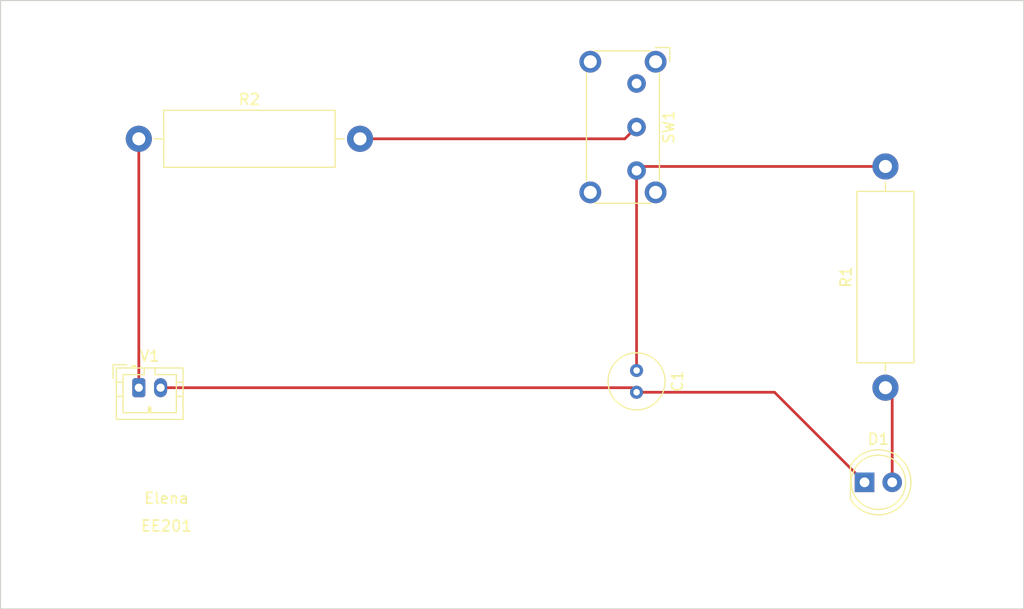
<source format=kicad_pcb>
(kicad_pcb (version 20211014) (generator pcbnew)
  (layers (0 "F.Cu" signal) (31 "B.Cu" signal) (34 "B.Paste" user) (35 "F.Paste" user) (36 "B.SilkS" user "B.Silkscreen") (37 "F.SilkS" user "F.Silkscreen") (38 "B.Mask" user) (39 "F.Mask" user) (44 "Edge.Cuts" user))
  (net 0 "")
  (net 1 "Net-(C1-Pad1)")
  (net 2 "Net-(C1-Pad2)")
  (net 3 "Net-(D1-Pad2)")
  (net 4 "Net-(R2-Pad1)")
  (net 5 "Net-(R2-Pad2)")
  (footprint "Connector_JST:JST_PH_B2B-PH-K_1x02_P2.00mm_Vertical" (layer "F.Cu") (at 101.6 99.06)
    (fp_text reference "V1" (at 1 -2.9) (layer "F.SilkS"))
    (fp_text value "9V")
    (fp_line (start -2.06 2.91) (end 4.06 2.91) (layer "F.SilkS") (width 0.12))
    (fp_line (start -0.6 -2.01) (end -0.6 -1.81) (layer "F.SilkS") (width 0.12))
    (fp_line (start -2.36 -2.11) (end -2.36 -0.86) (layer "F.SilkS") (width 0.12))
    (fp_line (start 0.9 1.8) (end 1.1 1.8) (layer "F.SilkS") (width 0.12))
    (fp_line (start -1.45 -1.2) (end -1.45 2.3) (layer "F.SilkS") (width 0.12))
    (fp_line (start -2.06 0.8) (end -1.45 0.8) (layer "F.SilkS") (width 0.12))
    (fp_line (start 4.06 -1.81) (end -2.06 -1.81) (layer "F.SilkS") (width 0.12))
    (fp_line (start 0.5 -1.2) (end -1.45 -1.2) (layer "F.SilkS") (width 0.12))
    (fp_line (start 1.1 1.8) (end 1.1 2.3) (layer "F.SilkS") (width 0.12))
    (fp_line (start 3.45 2.3) (end 3.45 -1.2) (layer "F.SilkS") (width 0.12))
    (fp_line (start -1.45 2.3) (end 3.45 2.3) (layer "F.SilkS") (width 0.12))
    (fp_line (start -2.06 -0.5) (end -1.45 -0.5) (layer "F.SilkS") (width 0.12))
    (fp_line (start 1.5 -1.2) (end 1.5 -1.81) (layer "F.SilkS") (width 0.12))
    (fp_line (start 4.06 0.8) (end 3.45 0.8) (layer "F.SilkS") (width 0.12))
    (fp_line (start -0.3 -2.01) (end -0.6 -2.01) (layer "F.SilkS") (width 0.12))
    (fp_line (start 3.45 -1.2) (end 1.5 -1.2) (layer "F.SilkS") (width 0.12))
    (fp_line (start -2.06 -1.81) (end -2.06 2.91) (layer "F.SilkS") (width 0.12))
    (fp_line (start 4.06 2.91) (end 4.06 -1.81) (layer "F.SilkS") (width 0.12))
    (fp_line (start -1.11 -2.11) (end -2.36 -2.11) (layer "F.SilkS") (width 0.12))
    (fp_line (start 4.06 -0.5) (end 3.45 -0.5) (layer "F.SilkS") (width 0.12))
    (fp_line (start 0.9 2.3) (end 0.9 1.8) (layer "F.SilkS") (width 0.12))
    (fp_line (start -0.3 -1.81) (end -0.3 -2.01) (layer "F.SilkS") (width 0.12))
    (fp_line (start -0.3 -1.91) (end -0.6 -1.91) (layer "F.SilkS") (width 0.12))
    (fp_line (start 1 2.3) (end 1 1.8) (layer "F.SilkS") (width 0.12))
    (fp_line (start 0.5 -1.81) (end 0.5 -1.2) (layer "F.SilkS") (width 0.12))
    (pad "1" thru_hole roundrect (at 0 0) (size 1.2 1.75) (drill 0.75) (layers *.Cu *.Mask) (roundrect_rratio 0.208333) (net 4 "Net-(R2-Pad1)"))
    (pad "2" thru_hole oval (at 2 0) (size 1.2 1.75) (drill 0.75) (layers *.Cu *.Mask) (net 2 "Net-(C1-Pad2)"))
  )
  (footprint "Capacitor_THT:C_Radial_D5.0mm_H5.0mm_P2.00mm" (layer "F.Cu") (at 147.32 97.48 -90)
    (fp_text reference "C1" (at 1 -3.75 90) (layer "F.SilkS"))
    (fp_text value "4.7 μF")
    (fp_circle (center 1 0) (end 3.62 0) (layer "F.SilkS") (width 0.12) (fill none))
    (pad "1" thru_hole circle (at 0 0 270) (size 1.2 1.2) (drill 0.6) (layers *.Cu *.Mask) (net 1 "Net-(C1-Pad1)"))
    (pad "2" thru_hole circle (at 2 0 270) (size 1.2 1.2) (drill 0.6) (layers *.Cu *.Mask) (net 2 "Net-(C1-Pad2)"))
  )
  (footprint "LED_THT:LED_D5.0mm" (layer "F.Cu") (at 168.259984 107.750278)
    (fp_text reference "D1" (at 1.27 -3.96) (layer "F.SilkS"))
    (fp_text value "LED")
    (fp_line (start -1.29 -1.545) (end -1.29 1.545) (layer "F.SilkS") (width 0.12))
    (fp_arc (start 4.26 -0.000462) (mid 2.072002 2.880433) (end -1.29 1.54483) (layer "F.SilkS") (width 0.12))
    (fp_arc (start -1.29 -1.54483) (mid 2.072002 -2.880433) (end 4.26 0.000462) (layer "F.SilkS") (width 0.12))
    (fp_circle (center 1.27 0) (end 3.77 0) (layer "F.SilkS") (width 0.12) (fill none))
    (pad "1" thru_hole rect (at 0 0) (size 1.8 1.8) (drill 0.9) (layers *.Cu *.Mask) (net 2 "Net-(C1-Pad2)"))
    (pad "2" thru_hole circle (at 2.54 0) (size 1.8 1.8) (drill 0.9) (layers *.Cu *.Mask) (net 3 "Net-(D1-Pad2)"))
  )
  (footprint "Resistor_THT:R_Axial_DIN0516_L15.5mm_D5.0mm_P20.32mm_Horizontal" (layer "F.Cu") (at 170.18 99.06 90)
    (fp_text reference "R1" (at 10.16 -3.62 90) (layer "F.SilkS"))
    (fp_text value "20 kΩ")
    (fp_line (start 18.03 -2.62) (end 2.29 -2.62) (layer "F.SilkS") (width 0.12))
    (fp_line (start 2.29 -2.62) (end 2.29 2.62) (layer "F.SilkS") (width 0.12))
    (fp_line (start 1.44 0) (end 2.29 0) (layer "F.SilkS") (width 0.12))
    (fp_line (start 18.03 2.62) (end 18.03 -2.62) (layer "F.SilkS") (width 0.12))
    (fp_line (start 18.88 0) (end 18.03 0) (layer "F.SilkS") (width 0.12))
    (fp_line (start 2.29 2.62) (end 18.03 2.62) (layer "F.SilkS") (width 0.12))
    (pad "1" thru_hole circle (at 0 0 90) (size 2.4 2.4) (drill 1.2) (layers *.Cu *.Mask) (net 3 "Net-(D1-Pad2)"))
    (pad "2" thru_hole oval (at 20.32 0 90) (size 2.4 2.4) (drill 1.2) (layers *.Cu *.Mask) (net 1 "Net-(C1-Pad1)"))
  )
  (footprint "Resistor_THT:R_Axial_DIN0516_L15.5mm_D5.0mm_P20.32mm_Horizontal" (layer "F.Cu") (at 101.6 76.2)
    (fp_text reference "R2" (at 10.16 -3.62) (layer "F.SilkS"))
    (fp_text value "2.2 kΩ")
    (fp_line (start 2.29 2.62) (end 18.03 2.62) (layer "F.SilkS") (width 0.12))
    (fp_line (start 1.44 0) (end 2.29 0) (layer "F.SilkS") (width 0.12))
    (fp_line (start 2.29 -2.62) (end 2.29 2.62) (layer "F.SilkS") (width 0.12))
    (fp_line (start 18.03 -2.62) (end 2.29 -2.62) (layer "F.SilkS") (width 0.12))
    (fp_line (start 18.88 0) (end 18.03 0) (layer "F.SilkS") (width 0.12))
    (fp_line (start 18.03 2.62) (end 18.03 -2.62) (layer "F.SilkS") (width 0.12))
    (pad "1" thru_hole circle (at 0 0) (size 2.4 2.4) (drill 1.2) (layers *.Cu *.Mask) (net 4 "Net-(R2-Pad1)"))
    (pad "2" thru_hole oval (at 20.32 0) (size 2.4 2.4) (drill 1.2) (layers *.Cu *.Mask) (net 5 "Net-(R2-Pad2)"))
  )
  (footprint "Button_Switch_THT:SW_E-Switch_EG1224_SPDT_Angled" (layer "F.Cu") (at 147.32 71.12 -90)
    (fp_text reference "SW1" (at 4 -2.95 90) (layer "F.SilkS"))
    (fp_text value "SW_SPDT")
    (fp_line (start 8.95 4.6) (end -0.95 4.6) (layer "F.SilkS") (width 0.12))
    (fp_line (start -3 3.85) (end -3 -1.35) (layer "F.SilkS") (width 0.12))
    (fp_line (start 11 -1.35) (end 11 3.85) (layer "F.SilkS") (width 0.12))
    (fp_line (start -0.95 -2.1) (end 8.95 -2.1) (layer "F.SilkS") (width 0.12))
    (fp_line (start -3.3 -3.05) (end -2 -3.05) (layer "F.SilkS") (width 0.12))
    (fp_line (start -3.3 -1.75) (end -3.3 -3.05) (layer "F.SilkS") (width 0.12))
    (pad "" thru_hole circle (at -2 4.25 270) (size 2 2) (drill 1.2) (layers *.Cu *.Mask))
    (pad "" thru_hole circle (at -2 -1.75 270) (size 2 2) (drill 1.2) (layers *.Cu *.Mask))
    (pad "" thru_hole circle (at 10 4.25 270) (size 2 2) (drill 1.2) (layers *.Cu *.Mask))
    (pad "" thru_hole circle (at 10 -1.75 270) (size 2 2) (drill 1.2) (layers *.Cu *.Mask))
    (pad "1" thru_hole circle (at 0 0 270) (size 1.7 1.7) (drill 0.9) (layers *.Cu *.Mask))
    (pad "2" thru_hole circle (at 4 0 270) (size 1.7 1.7) (drill 0.9) (layers *.Cu *.Mask) (net 5 "Net-(R2-Pad2)"))
    (pad "3" thru_hole circle (at 8 0 270) (size 1.7 1.7) (drill 0.9) (layers *.Cu *.Mask) (net 1 "Net-(C1-Pad1)"))
  )
  (gr_rect (start 88.9 63.5) (end 182.88 119.38) (layer "Edge.Cuts") (width 0.1) (fill none))
  (gr_text "Elena" (at 104.14 109.22) (layer "F.SilkS") (effects (font (size 1 1))))
  (gr_text "EE201" (at 104.14 111.76) (layer "F.SilkS") (effects (font (size 1 1))))
  (segment (start 147.32 97.48) (end 147.32 79.12) (width 0.25) (layer "F.Cu") (net 1))
  (segment (start 147.7 78.74) (end 147.32 79.12) (width 0.25) (layer "F.Cu") (net 1))
  (segment (start 170.18 78.74) (end 147.7 78.74) (width 0.25) (layer "F.Cu") (net 1))
  (segment (start 103.6 99.06) (end 146.9 99.06) (width 0.25) (layer "F.Cu") (net 2))
  (segment (start 146.9 99.06) (end 147.32 99.48) (width 0.25) (layer "F.Cu") (net 2))
  (segment (start 147.32 99.48) (end 159.989706 99.48) (width 0.25) (layer "F.Cu") (net 2))
  (segment (start 159.989706 99.48) (end 168.259984 107.750278) (width 0.25) (layer "F.Cu") (net 2))
  (segment (start 170.799984 107.750278) (end 170.799984 99.679984) (width 0.25) (layer "F.Cu") (net 3))
  (segment (start 170.799984 99.679984) (end 170.18 99.06) (width 0.25) (layer "F.Cu") (net 3))
  (segment (start 101.6 76.2) (end 101.6 99.06) (width 0.25) (layer "F.Cu") (net 4))
  (segment (start 146.24 76.2) (end 147.32 75.12) (width 0.25) (layer "F.Cu") (net 5))
  (segment (start 121.92 76.2) (end 146.24 76.2) (width 0.25) (layer "F.Cu") (net 5))
)
</source>
